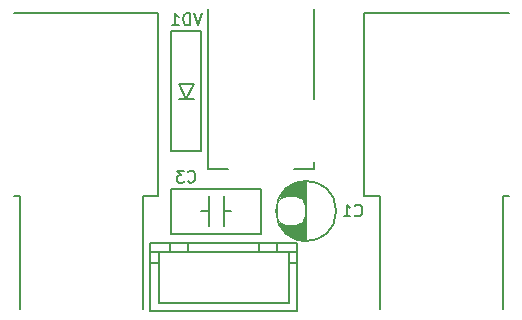
<source format=gbr>
G04 #@! TF.GenerationSoftware,KiCad,Pcbnew,5.1.6-c6e7f7d~87~ubuntu19.10.1*
G04 #@! TF.CreationDate,2022-07-30T15:18:02+06:00*
G04 #@! TF.ProjectId,1590N1_connector_board_r1b,31353930-4e31-45f6-936f-6e6e6563746f,1B*
G04 #@! TF.SameCoordinates,Original*
G04 #@! TF.FileFunction,Legend,Bot*
G04 #@! TF.FilePolarity,Positive*
%FSLAX46Y46*%
G04 Gerber Fmt 4.6, Leading zero omitted, Abs format (unit mm)*
G04 Created by KiCad (PCBNEW 5.1.6-c6e7f7d~87~ubuntu19.10.1) date 2022-07-30 15:18:02*
%MOMM*%
%LPD*%
G01*
G04 APERTURE LIST*
%ADD10C,0.200000*%
%ADD11R,2.300000X2.300000*%
%ADD12C,2.300000*%
%ADD13O,5.400000X3.400000*%
%ADD14O,3.400000X5.400000*%
%ADD15O,5.900000X3.400000*%
%ADD16O,3.100000X4.400000*%
%ADD17O,2.900000X4.300000*%
G04 APERTURE END LIST*
D10*
G36*
X109220000Y-150495000D02*
G01*
X108458000Y-150622000D01*
X107315000Y-151384000D01*
X106680000Y-153035000D01*
X107315000Y-154686000D01*
X108458000Y-155448000D01*
X109220000Y-155575000D01*
X109220000Y-150495000D01*
G37*
X109220000Y-150495000D02*
X108458000Y-150622000D01*
X107315000Y-151384000D01*
X106680000Y-153035000D01*
X107315000Y-154686000D01*
X108458000Y-155448000D01*
X109220000Y-155575000D01*
X109220000Y-150495000D01*
X111760000Y-153035000D02*
G75*
G03*
X111760000Y-153035000I-2540000J0D01*
G01*
X97790000Y-154940000D02*
X105410000Y-154940000D01*
X97790000Y-151130000D02*
X105410000Y-151130000D01*
X97790000Y-154940000D02*
X97790000Y-151130000D01*
X105410000Y-154940000D02*
X105410000Y-151130000D01*
X100330000Y-153035000D02*
X100965000Y-153035000D01*
X102235000Y-153035000D02*
X102870000Y-153035000D01*
X100965000Y-154305000D02*
X100965000Y-151765000D01*
X102235000Y-154305000D02*
X102235000Y-151765000D01*
X106735000Y-155765000D02*
X106735000Y-156465000D01*
X97735000Y-155765000D02*
X97735000Y-156465000D01*
X108435000Y-156465000D02*
X96035000Y-156465000D01*
X96035000Y-155765000D02*
X96035000Y-161515000D01*
X107735000Y-156465000D02*
X107735000Y-160815000D01*
X108435000Y-155765000D02*
X108435000Y-161515000D01*
X96735000Y-157465000D02*
X96035000Y-157465000D01*
X96735000Y-156465000D02*
X96735000Y-160815000D01*
X107735000Y-160815000D02*
X96735000Y-160815000D01*
X105235000Y-155765000D02*
X105235000Y-156465000D01*
X108435000Y-157465000D02*
X107735000Y-157465000D01*
X99235000Y-155765000D02*
X99235000Y-156465000D01*
X108435000Y-161515000D02*
X96035000Y-161515000D01*
X108435000Y-155765000D02*
X96035000Y-155765000D01*
X98425000Y-143510000D02*
X99695000Y-143510000D01*
X99695000Y-142240000D02*
X99060000Y-143510000D01*
X98425000Y-142240000D02*
X99060000Y-143510000D01*
X98425000Y-142240000D02*
X99695000Y-142240000D01*
X97790000Y-147955000D02*
X100330000Y-147955000D01*
X97790000Y-137795000D02*
X100330000Y-137795000D01*
X100330000Y-137795000D02*
X100330000Y-147955000D01*
X97790000Y-137795000D02*
X97790000Y-147955000D01*
X109910000Y-149455000D02*
X109910000Y-135890000D01*
X100910000Y-149455000D02*
X100910000Y-135890000D01*
X100910000Y-149455000D02*
X109910000Y-149455000D01*
X96670000Y-151755000D02*
X96670000Y-136255000D01*
X95370000Y-151755000D02*
X96670000Y-151755000D01*
X84455000Y-151755000D02*
X84970000Y-151755000D01*
X84455000Y-136255000D02*
X96670000Y-136255000D01*
X84970000Y-161290000D02*
X84970000Y-151755000D01*
X95370000Y-161290000D02*
X95370000Y-151755000D01*
X114150000Y-151755000D02*
X114150000Y-136255000D01*
X125850000Y-151755000D02*
X126365000Y-151755000D01*
X114150000Y-151755000D02*
X115450000Y-151755000D01*
X114150000Y-136255000D02*
X126365000Y-136255000D01*
X115450000Y-161290000D02*
X115450000Y-151755000D01*
X125850000Y-161290000D02*
X125850000Y-151755000D01*
X113350357Y-153392142D02*
X113397976Y-153439761D01*
X113540833Y-153487380D01*
X113636071Y-153487380D01*
X113778928Y-153439761D01*
X113874166Y-153344523D01*
X113921785Y-153249285D01*
X113969404Y-153058809D01*
X113969404Y-152915952D01*
X113921785Y-152725476D01*
X113874166Y-152630238D01*
X113778928Y-152535000D01*
X113636071Y-152487380D01*
X113540833Y-152487380D01*
X113397976Y-152535000D01*
X113350357Y-152582619D01*
X112397976Y-153487380D02*
X112969404Y-153487380D01*
X112683690Y-153487380D02*
X112683690Y-152487380D01*
X112778928Y-152630238D01*
X112874166Y-152725476D01*
X112969404Y-152773095D01*
X99226666Y-150534642D02*
X99274285Y-150582261D01*
X99417142Y-150629880D01*
X99512380Y-150629880D01*
X99655238Y-150582261D01*
X99750476Y-150487023D01*
X99798095Y-150391785D01*
X99845714Y-150201309D01*
X99845714Y-150058452D01*
X99798095Y-149867976D01*
X99750476Y-149772738D01*
X99655238Y-149677500D01*
X99512380Y-149629880D01*
X99417142Y-149629880D01*
X99274285Y-149677500D01*
X99226666Y-149725119D01*
X98893333Y-149629880D02*
X98274285Y-149629880D01*
X98607619Y-150010833D01*
X98464761Y-150010833D01*
X98369523Y-150058452D01*
X98321904Y-150106071D01*
X98274285Y-150201309D01*
X98274285Y-150439404D01*
X98321904Y-150534642D01*
X98369523Y-150582261D01*
X98464761Y-150629880D01*
X98750476Y-150629880D01*
X98845714Y-150582261D01*
X98893333Y-150534642D01*
X100369523Y-136294880D02*
X100036190Y-137294880D01*
X99702857Y-136294880D01*
X99369523Y-137294880D02*
X99369523Y-136294880D01*
X99131428Y-136294880D01*
X98988571Y-136342500D01*
X98893333Y-136437738D01*
X98845714Y-136532976D01*
X98798095Y-136723452D01*
X98798095Y-136866309D01*
X98845714Y-137056785D01*
X98893333Y-137152023D01*
X98988571Y-137247261D01*
X99131428Y-137294880D01*
X99369523Y-137294880D01*
X97845714Y-137294880D02*
X98417142Y-137294880D01*
X98131428Y-137294880D02*
X98131428Y-136294880D01*
X98226666Y-136437738D01*
X98321904Y-136532976D01*
X98417142Y-136580595D01*
%LPC*%
D11*
X113030000Y-157480000D03*
G36*
G01*
X109100000Y-152575000D02*
X109100000Y-153495000D01*
G75*
G02*
X108410000Y-154185000I-690000J0D01*
G01*
X107490000Y-154185000D01*
G75*
G02*
X106800000Y-153495000I0J690000D01*
G01*
X106800000Y-152575000D01*
G75*
G02*
X107490000Y-151885000I690000J0D01*
G01*
X108410000Y-151885000D01*
G75*
G02*
X109100000Y-152575000I0J-690000D01*
G01*
G37*
D12*
X110490000Y-153035000D03*
D11*
X110490000Y-157480000D03*
X99060000Y-153035000D03*
X104140000Y-153035000D03*
D12*
X105985000Y-158115000D03*
D11*
X103485000Y-158115000D03*
X100985000Y-158115000D03*
X98485000Y-158115000D03*
X99060000Y-146685000D03*
D12*
X99060000Y-139065000D03*
D13*
X105410000Y-142755000D03*
D14*
X110210000Y-146255000D03*
D15*
X105410000Y-148755000D03*
D16*
X90170000Y-142755000D03*
D17*
X92670000Y-157755000D03*
X87670000Y-157755000D03*
X118150000Y-157755000D03*
X123150000Y-157755000D03*
D16*
X120650000Y-142755000D03*
M02*

</source>
